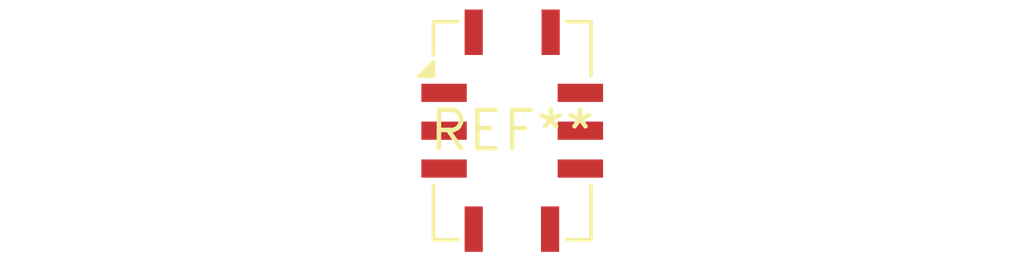
<source format=kicad_pcb>
(kicad_pcb (version 20240108) (generator pcbnew)
  (layers (0 "F.Cu" signal) (31 "B.Cu" signal) (34 "B.Paste" user) (35 "F.Paste" user) (36 "B.SilkS" user "B.Silkscreen") (37 "F.SilkS" user "F.Silkscreen") (38 "B.Mask" user) (39 "F.Mask" user) (44 "Edge.Cuts" user))
  (net 0 "")
  (footprint "Sensortech_MiCS_5x7mm_P1.25mm" (layer "F.Cu") (at 0 0)
    (property "Reference" "REF**")
    (property "Value" "Sensortech_MiCS_5x7mm_P1.25mm")
    (fp_line (start -2.6 -3.6) (end -2.6 -2.5) (layer "F.SilkS") (stroke (width 0.12)))
    (fp_line (start -2.6 -3.6) (end -1.8 -3.6) (layer "F.SilkS") (stroke (width 0.12)))
    (fp_line (start -2.6 3.6) (end -2.6 1.8) (layer "F.SilkS") (stroke (width 0.12)))
    (fp_line (start -2.6 3.6) (end -1.8 3.6) (layer "F.SilkS") (stroke (width 0.12)))
    (fp_line (start 2.6 -3.6) (end 1.8 -3.6) (layer "F.SilkS") (stroke (width 0.12)))
    (fp_line (start 2.6 -3.6) (end 2.6 -1.8) (layer "F.SilkS") (stroke (width 0.12)))
    (fp_line (start 2.6 3.6) (end 1.8 3.6) (layer "F.SilkS") (stroke (width 0.12)))
    (fp_line (start 2.6 3.6) (end 2.6 1.8) (layer "F.SilkS") (stroke (width 0.12)))
    (fp_poly (pts (xy -2.6 -1.8) (xy -3.08 -1.8) (xy -2.6 -2.28) (xy -2.6 -1.8)) (layer "F.SilkS") (stroke (width 0.12)) (fill solid))
    (pad "A" smd rect (at -2.25 -1.25 90) (size 0.6 1.5) (layers "F.Cu" "F.Paste" "F.Mask"))
    (pad "B" smd rect (at -2.25 0 90) (size 0.6 1.5) (layers "F.Cu" "F.Paste" "F.Mask"))
    (pad "C" smd rect (at -2.25 1.25 90) (size 0.6 1.5) (layers "F.Cu" "F.Paste" "F.Mask"))
    (pad "D" smd rect (at -1.27 3.25 180) (size 0.6 1.5) (layers "F.Cu" "F.Paste" "F.Mask"))
    (pad "E" smd rect (at 1.25 3.25 180) (size 0.6 1.5) (layers "F.Cu" "F.Paste" "F.Mask"))
    (pad "F" smd rect (at 2.25 1.25 270) (size 0.6 1.5) (layers "F.Cu" "F.Paste" "F.Mask"))
    (pad "G" smd rect (at 2.25 0 270) (size 0.6 1.5) (layers "F.Cu" "F.Paste" "F.Mask"))
    (pad "H" smd rect (at 2.25 -1.25 270) (size 0.6 1.5) (layers "F.Cu" "F.Paste" "F.Mask"))
    (pad "J" smd rect (at 1.27 -3.25 180) (size 0.6 1.5) (layers "F.Cu" "F.Paste" "F.Mask"))
    (pad "K" smd rect (at -1.27 -3.25 180) (size 0.6 1.5) (layers "F.Cu" "F.Paste" "F.Mask"))
  )
)
</source>
